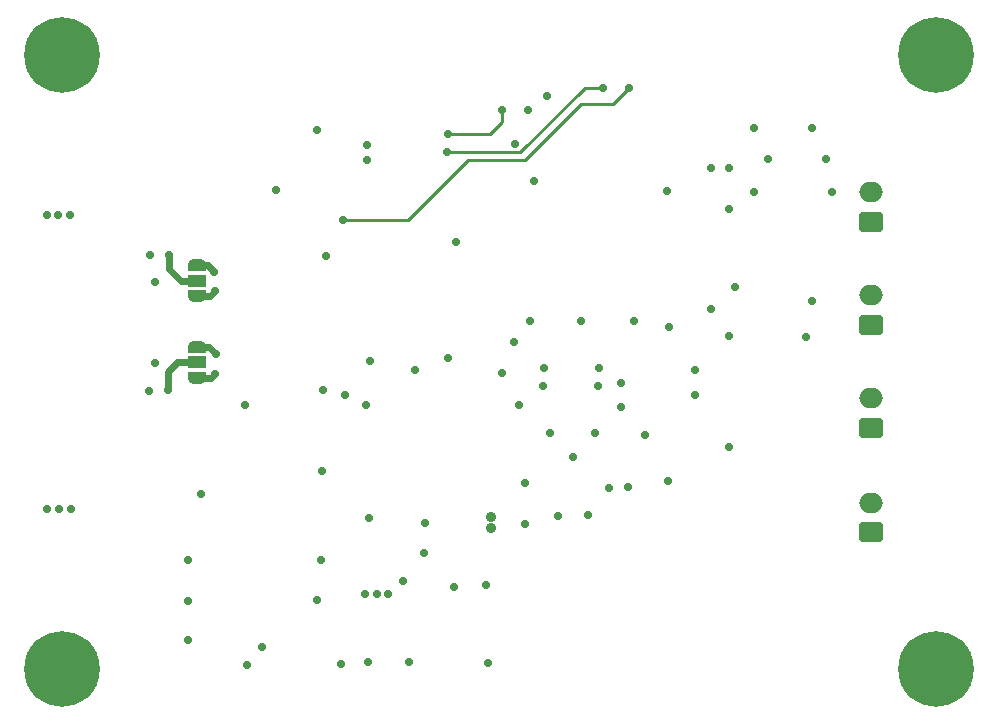
<source format=gbr>
%TF.GenerationSoftware,KiCad,Pcbnew,8.0.6*%
%TF.CreationDate,2024-12-17T06:31:52+02:00*%
%TF.ProjectId,PionController,50696f6e-436f-46e7-9472-6f6c6c65722e,rev?*%
%TF.SameCoordinates,Original*%
%TF.FileFunction,Copper,L4,Bot*%
%TF.FilePolarity,Positive*%
%FSLAX46Y46*%
G04 Gerber Fmt 4.6, Leading zero omitted, Abs format (unit mm)*
G04 Created by KiCad (PCBNEW 8.0.6) date 2024-12-17 06:31:52*
%MOMM*%
%LPD*%
G01*
G04 APERTURE LIST*
G04 Aperture macros list*
%AMRoundRect*
0 Rectangle with rounded corners*
0 $1 Rounding radius*
0 $2 $3 $4 $5 $6 $7 $8 $9 X,Y pos of 4 corners*
0 Add a 4 corners polygon primitive as box body*
4,1,4,$2,$3,$4,$5,$6,$7,$8,$9,$2,$3,0*
0 Add four circle primitives for the rounded corners*
1,1,$1+$1,$2,$3*
1,1,$1+$1,$4,$5*
1,1,$1+$1,$6,$7*
1,1,$1+$1,$8,$9*
0 Add four rect primitives between the rounded corners*
20,1,$1+$1,$2,$3,$4,$5,0*
20,1,$1+$1,$4,$5,$6,$7,0*
20,1,$1+$1,$6,$7,$8,$9,0*
20,1,$1+$1,$8,$9,$2,$3,0*%
%AMFreePoly0*
4,1,19,0.550000,-0.750000,0.000000,-0.750000,0.000000,-0.744911,-0.071157,-0.744911,-0.207708,-0.704816,-0.327430,-0.627875,-0.420627,-0.520320,-0.479746,-0.390866,-0.500000,-0.250000,-0.500000,0.250000,-0.479746,0.390866,-0.420627,0.520320,-0.327430,0.627875,-0.207708,0.704816,-0.071157,0.744911,0.000000,0.744911,0.000000,0.750000,0.550000,0.750000,0.550000,-0.750000,0.550000,-0.750000,
$1*%
%AMFreePoly1*
4,1,19,0.000000,0.744911,0.071157,0.744911,0.207708,0.704816,0.327430,0.627875,0.420627,0.520320,0.479746,0.390866,0.500000,0.250000,0.500000,-0.250000,0.479746,-0.390866,0.420627,-0.520320,0.327430,-0.627875,0.207708,-0.704816,0.071157,-0.744911,0.000000,-0.744911,0.000000,-0.750000,-0.550000,-0.750000,-0.550000,0.750000,0.000000,0.750000,0.000000,0.744911,0.000000,0.744911,
$1*%
G04 Aperture macros list end*
%TA.AperFunction,ComponentPad*%
%ADD10C,0.800000*%
%TD*%
%TA.AperFunction,ComponentPad*%
%ADD11C,6.400000*%
%TD*%
%TA.AperFunction,ComponentPad*%
%ADD12RoundRect,0.250000X0.750000X-0.600000X0.750000X0.600000X-0.750000X0.600000X-0.750000X-0.600000X0*%
%TD*%
%TA.AperFunction,ComponentPad*%
%ADD13O,2.000000X1.700000*%
%TD*%
%TA.AperFunction,SMDPad,CuDef*%
%ADD14FreePoly0,90.000000*%
%TD*%
%TA.AperFunction,SMDPad,CuDef*%
%ADD15R,1.500000X1.000000*%
%TD*%
%TA.AperFunction,SMDPad,CuDef*%
%ADD16FreePoly1,90.000000*%
%TD*%
%TA.AperFunction,ViaPad*%
%ADD17C,0.700000*%
%TD*%
%TA.AperFunction,ViaPad*%
%ADD18C,0.900000*%
%TD*%
%TA.AperFunction,Conductor*%
%ADD19C,0.250000*%
%TD*%
%TA.AperFunction,Conductor*%
%ADD20C,0.600000*%
%TD*%
G04 APERTURE END LIST*
D10*
%TO.P,H3,1,1*%
%TO.N,GND*%
X175600000Y-122649999D03*
X176302944Y-120952943D03*
X176302944Y-124347055D03*
X178000000Y-120249999D03*
D11*
X178000000Y-122649999D03*
D10*
X178000000Y-125049999D03*
X179697056Y-120952943D03*
X179697056Y-124347055D03*
X180400000Y-122649999D03*
%TD*%
D12*
%TO.P,J5,1,Pin_1*%
%TO.N,GND*%
X172567600Y-102235000D03*
D13*
%TO.P,J5,2,Pin_2*%
%TO.N,Net-(J5-Pin_2)*%
X172567600Y-99735000D03*
%TD*%
D10*
%TO.P,H1,1,1*%
%TO.N,GND*%
X101600000Y-70649999D03*
X102302944Y-68952943D03*
X102302944Y-72347055D03*
X104000000Y-68249999D03*
D11*
X104000000Y-70649999D03*
D10*
X104000000Y-73049999D03*
X105697056Y-68952943D03*
X105697056Y-72347055D03*
X106400000Y-70649999D03*
%TD*%
%TO.P,H4,1,1*%
%TO.N,GND*%
X101600000Y-122649999D03*
X102302944Y-120952943D03*
X102302944Y-124347055D03*
X104000000Y-120249999D03*
D11*
X104000000Y-122649999D03*
D10*
X104000000Y-125049999D03*
X105697056Y-120952943D03*
X105697056Y-124347055D03*
X106400000Y-122649999D03*
%TD*%
D12*
%TO.P,J3,1,Pin_1*%
%TO.N,GND*%
X172567600Y-84785200D03*
D13*
%TO.P,J3,2,Pin_2*%
%TO.N,Net-(J3-Pin_2)*%
X172567600Y-82285200D03*
%TD*%
D12*
%TO.P,J6,1,Pin_1*%
%TO.N,GND*%
X172563200Y-111094200D03*
D13*
%TO.P,J6,2,Pin_2*%
%TO.N,Net-(J6-Pin_2)*%
X172563200Y-108594200D03*
%TD*%
D12*
%TO.P,J4,1,Pin_1*%
%TO.N,GND*%
X172567600Y-93522800D03*
D13*
%TO.P,J4,2,Pin_2*%
%TO.N,Net-(J4-Pin_2)*%
X172567600Y-91022800D03*
%TD*%
D10*
%TO.P,H2,1,1*%
%TO.N,GND*%
X175600000Y-70649999D03*
X176302944Y-68952943D03*
X176302944Y-72347055D03*
X178000000Y-68249999D03*
D11*
X178000000Y-70649999D03*
D10*
X178000000Y-73049999D03*
X179697056Y-68952943D03*
X179697056Y-72347055D03*
X180400000Y-70649999D03*
%TD*%
D14*
%TO.P,SB2,1,A*%
%TO.N,Net-(SB2-A)*%
X115443000Y-91089000D03*
D15*
%TO.P,SB2,2,C*%
%TO.N,Net-(SB2-C)*%
X115443000Y-89789000D03*
D16*
%TO.P,SB2,3,B*%
%TO.N,Net-(SB2-B)*%
X115443000Y-88489000D03*
%TD*%
D14*
%TO.P,SB1,1,A*%
%TO.N,Net-(SB1-A)*%
X115500000Y-98000000D03*
D15*
%TO.P,SB1,2,C*%
%TO.N,Net-(SB1-C)*%
X115500000Y-96700000D03*
D16*
%TO.P,SB1,3,B*%
%TO.N,Net-(SB1-B)*%
X115500000Y-95400000D03*
%TD*%
D17*
%TO.N,+5V*%
X140075000Y-122125000D03*
%TO.N,Net-(J1-Pad12)*%
X141300200Y-75285600D03*
X136690000Y-77340000D03*
%TO.N,Net-(J1-Pad13)*%
X127790000Y-84670000D03*
X152050000Y-73460000D03*
%TO.N,Net-(J1-Pad14)*%
X136670000Y-78920000D03*
X149860000Y-73456800D03*
%TO.N,GND*%
X143637000Y-93167200D03*
X114722600Y-116870000D03*
X102730000Y-84250000D03*
X141300200Y-97612200D03*
X167550000Y-91460000D03*
X137439400Y-86461600D03*
X102790000Y-109100000D03*
X104730000Y-84250000D03*
X169260000Y-82260000D03*
X152450800Y-93218000D03*
X133900000Y-97350000D03*
X130073400Y-109905800D03*
X144780000Y-98679000D03*
X119684800Y-122351800D03*
X143256000Y-110363000D03*
X114722600Y-120222800D03*
X129940200Y-122063200D03*
X146024600Y-109677200D03*
X130130000Y-96560000D03*
X115773200Y-107797600D03*
X111911200Y-89914200D03*
X157632400Y-97307400D03*
X125628400Y-116789200D03*
X143510000Y-75311000D03*
X162610800Y-76809600D03*
X111912400Y-96748600D03*
X129830000Y-79580000D03*
X147955000Y-93167200D03*
X134730000Y-112870000D03*
X147294600Y-104724200D03*
X103730000Y-84250000D03*
X104790000Y-109100000D03*
X111425000Y-99075000D03*
X151942800Y-107264200D03*
X157607000Y-99491800D03*
X119532400Y-100304600D03*
X126380000Y-87690000D03*
X142773400Y-100279200D03*
X155295600Y-82169000D03*
X145355200Y-102688939D03*
X161027200Y-90305800D03*
X151409400Y-100457000D03*
X145110000Y-74138000D03*
X129820000Y-78320000D03*
X134770000Y-110288600D03*
X148590000Y-109651800D03*
X103790000Y-109100000D03*
X129768600Y-100279200D03*
X149183200Y-102632376D03*
X120980200Y-120751600D03*
X111525000Y-87600000D03*
X114697200Y-113415600D03*
X126034800Y-105867200D03*
X139900253Y-115522032D03*
X149402800Y-98729800D03*
X160528000Y-80238600D03*
X160553400Y-83718400D03*
X143979000Y-81369000D03*
X155473400Y-93675200D03*
X122160000Y-82130000D03*
X133420000Y-122037800D03*
X167554600Y-76814200D03*
X162600000Y-82265799D03*
X151409400Y-98399600D03*
X126161800Y-99060000D03*
X160528000Y-94437200D03*
X126009400Y-113411000D03*
X153365200Y-102870000D03*
%TO.N,+5V*%
X131670000Y-116320000D03*
X130670000Y-116320000D03*
X137270000Y-115676900D03*
X129670000Y-116320000D03*
X127640000Y-122260000D03*
X167005000Y-94564200D03*
X132943600Y-115189000D03*
X168757600Y-79451200D03*
X128041400Y-99491800D03*
%TO.N,+3.3V*%
X125600000Y-77050000D03*
X142417800Y-78181200D03*
X159004000Y-80264000D03*
X136728200Y-96291400D03*
X160502600Y-103835200D03*
X143281400Y-106908600D03*
X149475000Y-97192800D03*
X142290800Y-94945200D03*
X144830800Y-97180400D03*
X150393400Y-107289600D03*
D18*
X140366400Y-109761800D03*
X140366400Y-110711800D03*
D17*
X155373700Y-106754300D03*
X158978600Y-92151200D03*
X163855400Y-79476600D03*
%TO.N,Net-(SB1-C)*%
X112975369Y-99024631D03*
%TO.N,Net-(SB2-C)*%
X113100000Y-87600000D03*
%TO.N,Net-(SB1-A)*%
X116992400Y-97663000D03*
%TO.N,Net-(SB1-B)*%
X117043200Y-95986600D03*
%TO.N,Net-(SB2-A)*%
X116967000Y-90678000D03*
%TO.N,Net-(SB2-B)*%
X116950000Y-89050000D03*
%TD*%
D19*
%TO.N,Net-(J1-Pad12)*%
X140260000Y-77340000D02*
X141300200Y-76299800D01*
X136690000Y-77340000D02*
X140260000Y-77340000D01*
X141300200Y-76299800D02*
X141300200Y-75285600D01*
%TO.N,Net-(J1-Pad13)*%
X150710000Y-74800000D02*
X152050000Y-73460000D01*
X138420000Y-79600000D02*
X143200000Y-79600000D01*
X133350000Y-84670000D02*
X138420000Y-79600000D01*
X127790000Y-84670000D02*
X133350000Y-84670000D01*
X148000000Y-74800000D02*
X150710000Y-74800000D01*
X143200000Y-79600000D02*
X148000000Y-74800000D01*
%TO.N,Net-(J1-Pad14)*%
X136670000Y-78920000D02*
X142840000Y-78920000D01*
X148303200Y-73456800D02*
X149860000Y-73456800D01*
X142840000Y-78920000D02*
X148303200Y-73456800D01*
D20*
%TO.N,GND*%
X147294600Y-104724200D02*
X147324200Y-104724200D01*
%TO.N,Net-(SB1-C)*%
X112975000Y-99024262D02*
X112975000Y-97540200D01*
X112975369Y-99024631D02*
X112975000Y-99024262D01*
X113815200Y-96700000D02*
X115500000Y-96700000D01*
X112975000Y-97540200D02*
X113815200Y-96700000D01*
%TO.N,Net-(SB2-C)*%
X113100000Y-87600000D02*
X113100000Y-88796000D01*
X114093000Y-89789000D02*
X115443000Y-89789000D01*
X113100000Y-88796000D02*
X114093000Y-89789000D01*
%TO.N,Net-(SB1-A)*%
X115500000Y-98000000D02*
X116655400Y-98000000D01*
X116655400Y-98000000D02*
X116992400Y-97663000D01*
%TO.N,Net-(SB1-B)*%
X115500000Y-95400000D02*
X116456600Y-95400000D01*
X116456600Y-95400000D02*
X117043200Y-95986600D01*
%TO.N,Net-(SB2-A)*%
X116556000Y-91089000D02*
X116967000Y-90678000D01*
X115443000Y-91089000D02*
X116556000Y-91089000D01*
%TO.N,Net-(SB2-B)*%
X116950000Y-89050000D02*
X116389000Y-88489000D01*
X116389000Y-88489000D02*
X115443000Y-88489000D01*
%TD*%
M02*

</source>
